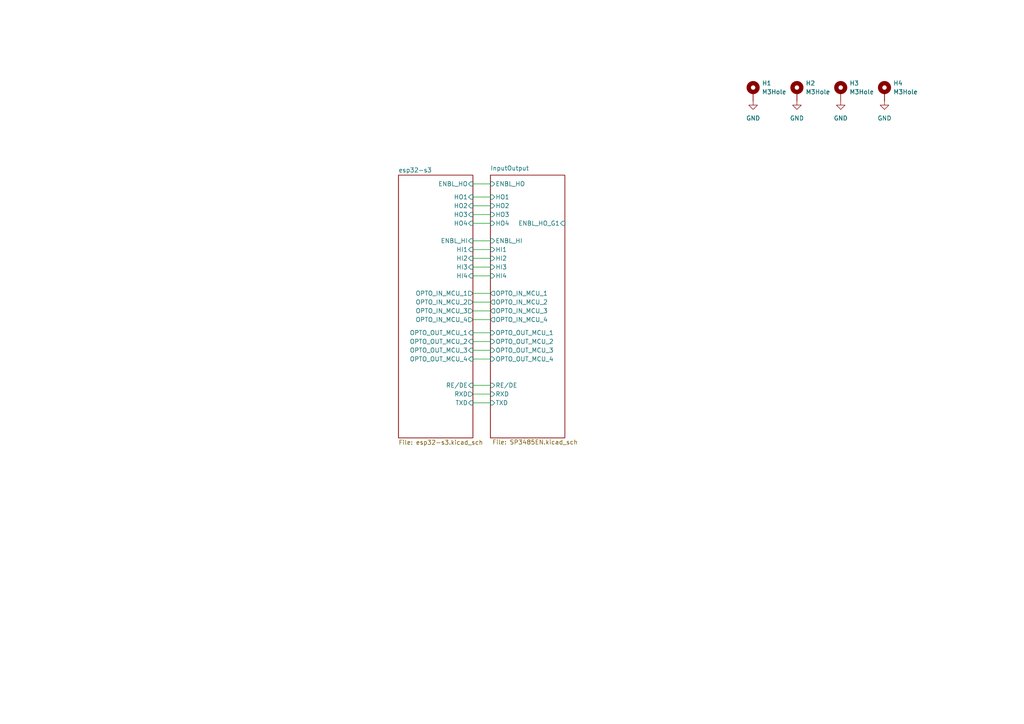
<source format=kicad_sch>
(kicad_sch (version 20250114) (generator "eeschema") (generator_version "9.0")
  (paper "A4")
  (title_block (date "2025-08-04") (rev "1.0.0"))
  (lib_symbols
    (symbol "Library:GND" (power) (pin_numbers (hide yes)) (pin_names (offset 0) (hide yes))
      (property "Value" "GND" (at 0 -3.81 0))
      (symbol "GND_0_1"
        (polyline (pts (xy 0 0) (xy 0 -1.27) (xy 1.27 -1.27) (xy 0 -2.54) (xy -1.27 -1.27) (xy 0 -1.27)))
      )
      (symbol "GND_1_1"
        (pin power_in line (at 0 0 270) (length 0) (name "~") (number "1"))
      )
    )
    (symbol "Library:MountingHole_Pad" (pin_numbers (hide yes)) (pin_names (offset 1.016) (hide yes)) (in_bom no)
      (property "Reference" "H" (at 0 6.35 0))
      (property "Value" "MountingHole_Pad" (at 0 4.445 0))
      (symbol "MountingHole_Pad_0_1"
        (circle (center 0 1.27) (radius 1.27) (stroke (width 1.27)))
      )
      (symbol "MountingHole_Pad_1_1"
        (pin input line (at 0 -2.54 90) (length 2.54) (name "1") (number "1"))
      )
    )
  )
  (wire (pts (xy 137.16 62.23) (xy 142.24 62.23)))
  (wire (pts (xy 137.16 69.85) (xy 142.24 69.85)))
  (wire (pts (xy 137.16 101.6) (xy 142.24 101.6)))
  (wire (pts (xy 137.16 64.77) (xy 142.24 64.77)))
  (wire (pts (xy 137.16 72.39) (xy 142.24 72.39)))
  (wire (pts (xy 137.16 96.52) (xy 142.24 96.52)))
  (wire (pts (xy 137.16 53.34) (xy 142.24 53.34)))
  (wire (pts (xy 137.16 111.76) (xy 142.24 111.76)))
  (wire (pts (xy 137.16 74.93) (xy 142.24 74.93)))
  (wire (pts (xy 137.16 99.06) (xy 142.24 99.06)))
  (wire (pts (xy 137.16 104.14) (xy 142.24 104.14)))
  (wire (pts (xy 137.16 114.3) (xy 142.24 114.3)))
  (wire (pts (xy 137.16 57.15) (xy 142.24 57.15)))
  (wire (pts (xy 137.16 59.69) (xy 142.24 59.69)))
  (wire (pts (xy 137.16 92.71) (xy 142.24 92.71)))
  (wire (pts (xy 137.16 80.01) (xy 142.24 80.01)))
  (wire (pts (xy 137.16 116.84) (xy 142.24 116.84)))
  (wire (pts (xy 137.16 85.09) (xy 142.24 85.09)))
  (wire (pts (xy 137.16 87.63) (xy 142.24 87.63)))
  (wire (pts (xy 137.16 90.17) (xy 142.24 90.17)))
  (wire (pts (xy 137.16 77.47) (xy 142.24 77.47)))
  (symbol (lib_id "Library:MountingHole_Pad") (at 256.54 26.67 0) (unit 1) (in_bom no)
    (property "Reference" "H4" (at 259.08 24.1299 0) (effects (justify left)))
    (property "Value" "M3Hole" (at 259.08 26.6699 0) (effects (justify left)))
    (property "Footprint" "Library:MountingHole_3.2mm_M3_DIN965_Pad" (effects (hide yes)))
    (property "Description" "Mounting Hole with connection" (effects (hide yes)))
  )
  (symbol (lib_id "Library:GND") (at 243.84 29.21 0) (unit 1)
    (property "Reference" "#PWR043" (effects (hide yes)))
    (property "Value" "GND" (at 243.84 34.29 0))
    (property "Description" "Power symbol creates a global label with name \"GND\" , ground" (effects (hide yes)))
  )
  (symbol (lib_id "Library:MountingHole_Pad") (at 231.14 26.67 0) (unit 1) (in_bom no)
    (property "Reference" "H2" (at 233.68 24.1299 0) (effects (justify left)))
    (property "Value" "M3Hole" (at 233.68 26.6699 0) (effects (justify left)))
    (property "Footprint" "Library:MountingHole_3.2mm_M3_DIN965_Pad" (effects (hide yes)))
    (property "Description" "Mounting Hole with connection" (effects (hide yes)))
  )
  (symbol (lib_id "Library:MountingHole_Pad") (at 218.44 26.67 0) (unit 1) (in_bom no)
    (property "Reference" "H1" (at 220.98 24.1299 0) (effects (justify left)))
    (property "Value" "M3Hole" (at 220.98 26.6699 0) (effects (justify left)))
    (property "Footprint" "Library:MountingHole_3.2mm_M3_DIN965_Pad" (effects (hide yes)))
    (property "Description" "Mounting Hole with connection" (effects (hide yes)))
  )
  (symbol (lib_id "Library:GND") (at 218.44 29.21 0) (unit 1)
    (property "Reference" "#PWR018" (effects (hide yes)))
    (property "Value" "GND" (at 218.44 34.29 0))
    (property "Description" "Power symbol creates a global label with name \"GND\" , ground" (effects (hide yes)))
  )
  (symbol (lib_id "Library:GND") (at 231.14 29.21 0) (unit 1)
    (property "Reference" "#PWR020" (effects (hide yes)))
    (property "Value" "GND" (at 231.14 34.29 0))
    (property "Description" "Power symbol creates a global label with name \"GND\" , ground" (effects (hide yes)))
  )
  (symbol (lib_id "Library:MountingHole_Pad") (at 243.84 26.67 0) (unit 1) (in_bom no)
    (property "Reference" "H3" (at 246.38 24.1299 0) (effects (justify left)))
    (property "Value" "M3Hole" (at 246.38 26.6699 0) (effects (justify left)))
    (property "Footprint" "Library:MountingHole_3.2mm_M3_DIN965_Pad" (effects (hide yes)))
    (property "Description" "Mounting Hole with connection" (effects (hide yes)))
  )
  (symbol (lib_id "Library:GND") (at 256.54 29.21 0) (unit 1)
    (property "Reference" "#PWR047" (effects (hide yes)))
    (property "Value" "GND" (at 256.54 34.29 0))
    (property "Description" "Power symbol creates a global label with name \"GND\" , ground" (effects (hide yes)))
  )
  (sheet (at 142.24 50.8) (size 21.59 76.2) (stroke (width 0.1524))
    (property "Sheetname" "InputOutput" (at 142.24 49.53 0) (effects (justify left bottom)))
    (property "Sheetfile" "SP3485EN.kicad_sch" (at 142.748 127.508 0) (effects (justify left top)))
    (pin "ENBL_HO" input (at 142.24 53.34 180))
    (pin "HO1" input (at 142.24 57.15 180))
    (pin "HO2" input (at 142.24 59.69 180))
    (pin "HO3" input (at 142.24 62.23 180))
    (pin "HO4" input (at 142.24 64.77 180))
    (pin "RE{slash}DE" input (at 142.24 111.76 180))
    (pin "RXD" input (at 142.24 114.3 180))
    (pin "TXD" input (at 142.24 116.84 180))
    (pin "OPTO_IN_MCU_1" output (at 142.24 85.09 180))
    (pin "OPTO_IN_MCU_2" output (at 142.24 87.63 180))
    (pin "OPTO_IN_MCU_3" output (at 142.24 90.17 180))
    (pin "OPTO_IN_MCU_4" output (at 142.24 92.71 180))
    (pin "OPTO_OUT_MCU_1" input (at 142.24 96.52 180))
    (pin "OPTO_OUT_MCU_2" input (at 142.24 99.06 180))
    (pin "OPTO_OUT_MCU_3" input (at 142.24 101.6 180))
    (pin "OPTO_OUT_MCU_4" input (at 142.24 104.14 180))
    (pin "ENBL_HI" input (at 142.24 69.85 180))
    (pin "ENBL_HO_G1" input (at 163.83 64.77 0))
    (pin "HI1" input (at 142.24 72.39 180))
    (pin "HI2" input (at 142.24 74.93 180))
    (pin "HI3" input (at 142.24 77.47 180))
    (pin "HI4" input (at 142.24 80.01 180))
  )
  (sheet (at 115.57 50.8) (size 21.59 76.2) (stroke (width 0.1524))
    (property "Sheetname" "esp32-s3" (at 115.57 50.0884 0) (effects (justify left bottom)))
    (property "Sheetfile" "esp32-s3.kicad_sch" (at 115.57 127.5846 0) (effects (justify left top)))
    (pin "ENBL_HO" input (at 137.16 53.34 0))
    (pin "HO1" input (at 137.16 57.15 0))
    (pin "HO2" input (at 137.16 59.69 0))
    (pin "HO3" input (at 137.16 62.23 0))
    (pin "HO4" input (at 137.16 64.77 0))
    (pin "RE{slash}DE" input (at 137.16 111.76 0))
    (pin "RXD" output (at 137.16 114.3 0))
    (pin "TXD" input (at 137.16 116.84 0))
    (pin "OPTO_IN_MCU_1" output (at 137.16 85.09 0))
    (pin "OPTO_IN_MCU_2" output (at 137.16 87.63 0))
    (pin "OPTO_IN_MCU_3" output (at 137.16 90.17 0))
    (pin "OPTO_IN_MCU_4" output (at 137.16 92.71 0))
    (pin "OPTO_OUT_MCU_1" input (at 137.16 96.52 0))
    (pin "OPTO_OUT_MCU_2" input (at 137.16 99.06 0))
    (pin "OPTO_OUT_MCU_3" input (at 137.16 101.6 0))
    (pin "OPTO_OUT_MCU_4" input (at 137.16 104.14 0))
    (pin "HI1" input (at 137.16 72.39 0))
    (pin "HI2" input (at 137.16 74.93 0))
    (pin "HI3" input (at 137.16 77.47 0))
    (pin "HI4" input (at 137.16 80.01 0))
    (pin "ENBL_HI" input (at 137.16 69.85 0))
  )
)
</source>
